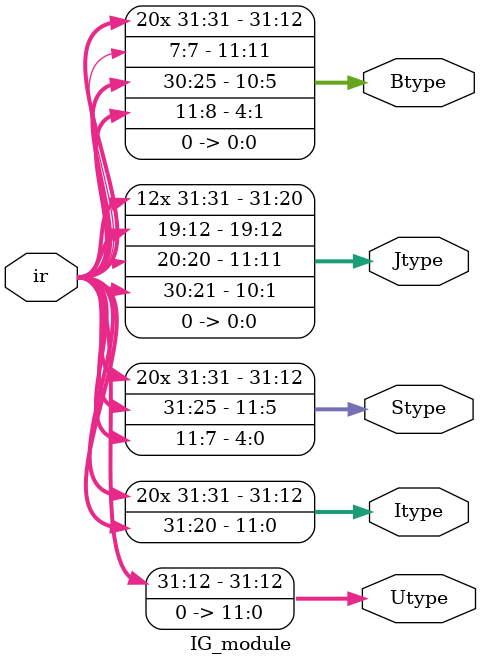
<source format=v>
`timescale 1ns / 1ps


module IG_module(
    input [31:7] ir,
    output [31:0] Utype, Itype, Stype, Jtype, Btype
    );
    
    assign Utype = {ir[31:12], 12'b000000000000};
    assign Itype = {{21{ir[31]}}, ir[30:25], ir[24:20]};
    assign Stype = {{21{ir[31]}}, ir[30:25], ir[11:7]};
    assign Jtype = {{12{ir[31]}}, ir[19:12], ir[20], ir[30:21], 1'b0};
    assign Btype = {{20{ir[31]}}, ir[7], ir[30:25], ir[11:8], 1'b0};
endmodule

</source>
